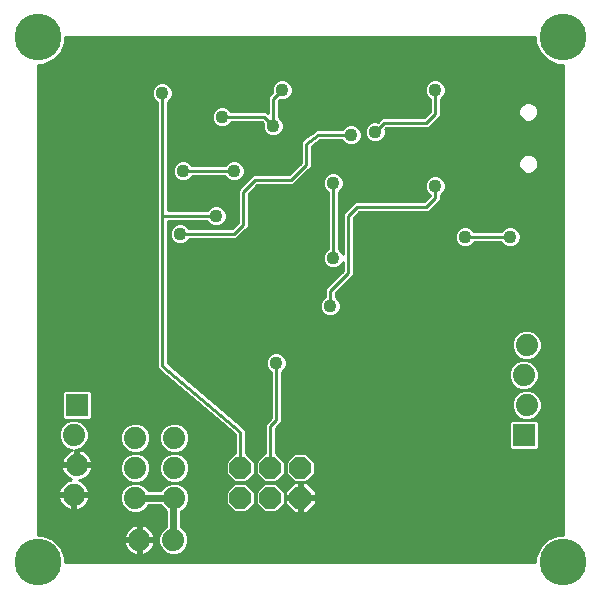
<source format=gbl>
G75*
%MOIN*%
%OFA0B0*%
%FSLAX24Y24*%
%IPPOS*%
%LPD*%
%AMOC8*
5,1,8,0,0,1.08239X$1,22.5*
%
%ADD10OC8,0.0720*%
%ADD11C,0.0740*%
%ADD12R,0.0740X0.0740*%
%ADD13C,0.1560*%
%ADD14C,0.0436*%
%ADD15C,0.0100*%
%ADD16C,0.0240*%
D10*
X008100Y003500D03*
X008100Y004500D03*
X009100Y004500D03*
X009100Y003500D03*
X010100Y003500D03*
X010100Y004500D03*
D11*
X005900Y004500D03*
X005900Y003500D03*
X004600Y003500D03*
X004600Y004500D03*
X004600Y005500D03*
X005900Y005500D03*
X002650Y004600D03*
X002550Y003600D03*
X002550Y005600D03*
X004730Y002100D03*
X005870Y002100D03*
X017550Y007600D03*
X017650Y006600D03*
X017650Y008600D03*
D12*
X017550Y005600D03*
X002650Y006600D03*
D13*
X001350Y001350D03*
X001350Y018850D03*
X018850Y018850D03*
X018850Y001350D03*
D14*
X011100Y009900D03*
X011200Y011500D03*
X009300Y012400D03*
X011200Y014000D03*
X010800Y014900D03*
X011800Y015600D03*
X012600Y015700D03*
X014600Y017100D03*
X014600Y013900D03*
X013600Y012400D03*
X015600Y012200D03*
X017100Y012200D03*
X009500Y017100D03*
X009200Y015900D03*
X007900Y014400D03*
X007300Y012900D03*
X006100Y012300D03*
X006200Y014400D03*
X005900Y015100D03*
X007500Y016200D03*
X005500Y017000D03*
X003900Y010800D03*
X009300Y008000D03*
D15*
X009300Y006100D01*
X009100Y005900D01*
X009100Y004500D01*
X009465Y004828D02*
X009735Y004828D01*
X009637Y004730D02*
X009563Y004730D01*
X009590Y004703D02*
X009303Y004990D01*
X009280Y004990D01*
X009280Y005825D01*
X009480Y006025D01*
X009480Y007698D01*
X009497Y007705D01*
X009595Y007803D01*
X009648Y007931D01*
X009648Y008069D01*
X009595Y008197D01*
X009497Y008295D01*
X009369Y008348D01*
X009231Y008348D01*
X009103Y008295D01*
X009005Y008197D01*
X008952Y008069D01*
X008952Y007931D01*
X009005Y007803D01*
X009103Y007705D01*
X009120Y007698D01*
X009120Y006175D01*
X008920Y005975D01*
X008920Y004990D01*
X008897Y004990D01*
X008610Y004703D01*
X008610Y004297D01*
X008897Y004010D01*
X009303Y004010D01*
X009590Y004297D01*
X009590Y004703D01*
X009610Y004703D02*
X009610Y004297D01*
X009897Y004010D01*
X010303Y004010D01*
X010590Y004297D01*
X010590Y004703D01*
X010303Y004990D01*
X009897Y004990D01*
X009610Y004703D01*
X009610Y004631D02*
X009590Y004631D01*
X009590Y004533D02*
X009610Y004533D01*
X009610Y004434D02*
X009590Y004434D01*
X009590Y004336D02*
X009610Y004336D01*
X009670Y004237D02*
X009530Y004237D01*
X009431Y004139D02*
X009769Y004139D01*
X009867Y004040D02*
X009333Y004040D01*
X009303Y003990D02*
X008897Y003990D01*
X008610Y003703D01*
X008610Y003297D01*
X008897Y003010D01*
X009303Y003010D01*
X009590Y003297D01*
X009590Y003703D01*
X009303Y003990D01*
X009351Y003942D02*
X009820Y003942D01*
X009889Y004010D02*
X009590Y003711D01*
X009590Y003550D01*
X010050Y003550D01*
X010050Y004010D01*
X009889Y004010D01*
X010050Y003942D02*
X010150Y003942D01*
X010150Y004010D02*
X010311Y004010D01*
X010610Y003711D01*
X010610Y003550D01*
X010150Y003550D01*
X010150Y003450D01*
X010610Y003450D01*
X010610Y003289D01*
X010311Y002990D01*
X010150Y002990D01*
X010150Y003450D01*
X010050Y003450D01*
X010050Y002990D01*
X009889Y002990D01*
X009590Y003289D01*
X009590Y003450D01*
X010050Y003450D01*
X010050Y003550D01*
X010150Y003550D01*
X010150Y004010D01*
X010150Y003843D02*
X010050Y003843D01*
X010050Y003745D02*
X010150Y003745D01*
X010150Y003646D02*
X010050Y003646D01*
X010050Y003548D02*
X009590Y003548D01*
X009590Y003646D02*
X009590Y003646D01*
X009623Y003745D02*
X009548Y003745D01*
X009450Y003843D02*
X009722Y003843D01*
X009590Y003449D02*
X009590Y003449D01*
X009590Y003351D02*
X009590Y003351D01*
X009627Y003252D02*
X009545Y003252D01*
X009446Y003154D02*
X009725Y003154D01*
X009824Y003055D02*
X009348Y003055D01*
X008852Y003055D02*
X008348Y003055D01*
X008303Y003010D02*
X008590Y003297D01*
X008590Y003703D01*
X008303Y003990D01*
X007897Y003990D01*
X007610Y003703D01*
X007610Y003297D01*
X007897Y003010D01*
X008303Y003010D01*
X008446Y003154D02*
X008754Y003154D01*
X008655Y003252D02*
X008545Y003252D01*
X008590Y003351D02*
X008610Y003351D01*
X008610Y003449D02*
X008590Y003449D01*
X008590Y003548D02*
X008610Y003548D01*
X008610Y003646D02*
X008590Y003646D01*
X008548Y003745D02*
X008652Y003745D01*
X008750Y003843D02*
X008450Y003843D01*
X008351Y003942D02*
X008849Y003942D01*
X008867Y004040D02*
X008333Y004040D01*
X008303Y004010D02*
X008590Y004297D01*
X008590Y004703D01*
X008303Y004990D01*
X008280Y004990D01*
X008280Y005634D01*
X008286Y005641D01*
X008280Y005707D01*
X008280Y005775D01*
X008274Y005781D01*
X008273Y005789D01*
X008222Y005833D01*
X008175Y005880D01*
X008166Y005880D01*
X005680Y007983D01*
X005680Y012720D01*
X006998Y012720D01*
X007005Y012703D01*
X007103Y012605D01*
X007231Y012552D01*
X007369Y012552D01*
X007497Y012605D01*
X007595Y012703D01*
X007648Y012831D01*
X007648Y012969D01*
X007595Y013097D01*
X007497Y013195D01*
X007369Y013248D01*
X007231Y013248D01*
X007103Y013195D01*
X007005Y013097D01*
X006998Y013080D01*
X005680Y013080D01*
X005680Y016698D01*
X005697Y016705D01*
X005795Y016803D01*
X005848Y016931D01*
X005848Y017069D01*
X005795Y017197D01*
X005697Y017295D01*
X005569Y017348D01*
X005431Y017348D01*
X005303Y017295D01*
X005205Y017197D01*
X005152Y017069D01*
X005152Y016931D01*
X005205Y016803D01*
X005303Y016705D01*
X005320Y016698D01*
X005320Y007966D01*
X005314Y007959D01*
X005320Y007893D01*
X005320Y007825D01*
X005326Y007819D01*
X005327Y007811D01*
X005378Y007767D01*
X005425Y007720D01*
X005434Y007720D01*
X007920Y005617D01*
X007920Y004990D01*
X007897Y004990D01*
X007610Y004703D01*
X007610Y004297D01*
X007897Y004010D01*
X008303Y004010D01*
X008431Y004139D02*
X008769Y004139D01*
X008670Y004237D02*
X008530Y004237D01*
X008590Y004336D02*
X008610Y004336D01*
X008610Y004434D02*
X008590Y004434D01*
X008590Y004533D02*
X008610Y004533D01*
X008610Y004631D02*
X008590Y004631D01*
X008563Y004730D02*
X008637Y004730D01*
X008735Y004828D02*
X008465Y004828D01*
X008366Y004927D02*
X008834Y004927D01*
X008920Y005025D02*
X008280Y005025D01*
X008280Y005124D02*
X008920Y005124D01*
X008920Y005222D02*
X008280Y005222D01*
X008280Y005321D02*
X008920Y005321D01*
X008920Y005419D02*
X008280Y005419D01*
X008280Y005518D02*
X008920Y005518D01*
X008920Y005616D02*
X008280Y005616D01*
X008280Y005715D02*
X008920Y005715D01*
X008920Y005813D02*
X008245Y005813D01*
X008129Y005912D02*
X008920Y005912D01*
X008955Y006010D02*
X008012Y006010D01*
X007896Y006109D02*
X009054Y006109D01*
X009120Y006207D02*
X007779Y006207D01*
X007663Y006306D02*
X009120Y006306D01*
X009120Y006404D02*
X007547Y006404D01*
X007430Y006503D02*
X009120Y006503D01*
X009120Y006601D02*
X007314Y006601D01*
X007197Y006700D02*
X009120Y006700D01*
X009120Y006798D02*
X007081Y006798D01*
X006965Y006897D02*
X009120Y006897D01*
X009120Y006995D02*
X006848Y006995D01*
X006732Y007094D02*
X009120Y007094D01*
X009120Y007192D02*
X006615Y007192D01*
X006499Y007291D02*
X009120Y007291D01*
X009120Y007389D02*
X006383Y007389D01*
X006266Y007488D02*
X009120Y007488D01*
X009120Y007586D02*
X006150Y007586D01*
X006033Y007685D02*
X009120Y007685D01*
X009025Y007783D02*
X005917Y007783D01*
X005801Y007882D02*
X008972Y007882D01*
X008952Y007980D02*
X005684Y007980D01*
X005680Y008079D02*
X008956Y008079D01*
X008997Y008177D02*
X005680Y008177D01*
X005680Y008276D02*
X009083Y008276D01*
X009480Y007685D02*
X017050Y007685D01*
X017050Y007699D02*
X017050Y007501D01*
X017126Y007317D01*
X017267Y007176D01*
X017451Y007100D01*
X017649Y007100D01*
X017833Y007176D01*
X017974Y007317D01*
X018050Y007501D01*
X018050Y007699D01*
X017974Y007883D01*
X017833Y008024D01*
X017649Y008100D01*
X017451Y008100D01*
X017267Y008024D01*
X017126Y007883D01*
X017050Y007699D01*
X017085Y007783D02*
X009575Y007783D01*
X009628Y007882D02*
X017125Y007882D01*
X017223Y007980D02*
X009648Y007980D01*
X009644Y008079D02*
X017399Y008079D01*
X017367Y008176D02*
X017551Y008100D01*
X017749Y008100D01*
X017933Y008176D01*
X018074Y008317D01*
X018150Y008501D01*
X018150Y008699D01*
X018074Y008883D01*
X017933Y009024D01*
X017749Y009100D01*
X017551Y009100D01*
X017367Y009024D01*
X017226Y008883D01*
X017150Y008699D01*
X017150Y008501D01*
X017226Y008317D01*
X017367Y008176D01*
X017366Y008177D02*
X009603Y008177D01*
X009517Y008276D02*
X017267Y008276D01*
X017202Y008374D02*
X005680Y008374D01*
X005680Y008473D02*
X017162Y008473D01*
X017150Y008571D02*
X005680Y008571D01*
X005680Y008670D02*
X017150Y008670D01*
X017178Y008768D02*
X005680Y008768D01*
X005680Y008867D02*
X017219Y008867D01*
X017308Y008965D02*
X005680Y008965D01*
X005680Y009064D02*
X017462Y009064D01*
X017838Y009064D02*
X018850Y009064D01*
X018850Y009162D02*
X005680Y009162D01*
X005680Y009261D02*
X018850Y009261D01*
X018850Y009359D02*
X005680Y009359D01*
X005680Y009458D02*
X018850Y009458D01*
X018850Y009556D02*
X011179Y009556D01*
X011169Y009552D02*
X011297Y009605D01*
X011395Y009703D01*
X011448Y009831D01*
X011448Y009969D01*
X011395Y010097D01*
X011297Y010195D01*
X011280Y010202D01*
X011280Y010325D01*
X011880Y010925D01*
X011880Y012825D01*
X012075Y013020D01*
X014375Y013020D01*
X014480Y013125D01*
X014780Y013425D01*
X014780Y013598D01*
X014797Y013605D01*
X014895Y013703D01*
X014948Y013831D01*
X014948Y013969D01*
X014895Y014097D01*
X014797Y014195D01*
X014669Y014248D01*
X014531Y014248D01*
X014403Y014195D01*
X014305Y014097D01*
X014252Y013969D01*
X014252Y013831D01*
X014305Y013703D01*
X014403Y013605D01*
X014420Y013598D01*
X014420Y013575D01*
X014225Y013380D01*
X011925Y013380D01*
X011625Y013080D01*
X011520Y012975D01*
X011520Y011637D01*
X011495Y011697D01*
X011397Y011795D01*
X011380Y011802D01*
X011380Y013698D01*
X011397Y013705D01*
X011495Y013803D01*
X011548Y013931D01*
X011548Y014069D01*
X011495Y014197D01*
X011397Y014295D01*
X011269Y014348D01*
X011131Y014348D01*
X011003Y014295D01*
X010905Y014197D01*
X010852Y014069D01*
X010852Y013931D01*
X010905Y013803D01*
X011003Y013705D01*
X011020Y013698D01*
X011020Y011802D01*
X011003Y011795D01*
X010905Y011697D01*
X010852Y011569D01*
X010852Y011431D01*
X010905Y011303D01*
X011003Y011205D01*
X011131Y011152D01*
X011269Y011152D01*
X011397Y011205D01*
X011495Y011303D01*
X011520Y011363D01*
X011520Y011075D01*
X011025Y010580D01*
X010920Y010475D01*
X010920Y010202D01*
X010903Y010195D01*
X010805Y010097D01*
X010752Y009969D01*
X010752Y009831D01*
X010805Y009703D01*
X010903Y009605D01*
X011031Y009552D01*
X011169Y009552D01*
X011021Y009556D02*
X005680Y009556D01*
X005680Y009655D02*
X010853Y009655D01*
X010784Y009753D02*
X005680Y009753D01*
X005680Y009852D02*
X010752Y009852D01*
X010752Y009950D02*
X005680Y009950D01*
X005680Y010049D02*
X010785Y010049D01*
X010855Y010147D02*
X005680Y010147D01*
X005680Y010246D02*
X010920Y010246D01*
X010920Y010344D02*
X005680Y010344D01*
X005680Y010443D02*
X010920Y010443D01*
X010986Y010541D02*
X005680Y010541D01*
X005680Y010640D02*
X011085Y010640D01*
X011183Y010738D02*
X005680Y010738D01*
X005680Y010837D02*
X011282Y010837D01*
X011380Y010935D02*
X005680Y010935D01*
X005680Y011034D02*
X011479Y011034D01*
X011520Y011132D02*
X005680Y011132D01*
X005680Y011231D02*
X010977Y011231D01*
X010894Y011329D02*
X005680Y011329D01*
X005680Y011428D02*
X010853Y011428D01*
X010852Y011526D02*
X005680Y011526D01*
X005680Y011625D02*
X010875Y011625D01*
X010931Y011723D02*
X005680Y011723D01*
X005680Y011822D02*
X011020Y011822D01*
X011020Y011920D02*
X005680Y011920D01*
X005680Y012019D02*
X005889Y012019D01*
X005903Y012005D02*
X006031Y011952D01*
X006169Y011952D01*
X006297Y012005D01*
X006395Y012103D01*
X006402Y012120D01*
X007975Y012120D01*
X008275Y012420D01*
X008380Y012525D01*
X008380Y013625D01*
X008675Y013920D01*
X009875Y013920D01*
X010375Y014420D01*
X010480Y014525D01*
X010480Y015210D01*
X010760Y015420D01*
X011498Y015420D01*
X011505Y015403D01*
X011603Y015305D01*
X011731Y015252D01*
X011869Y015252D01*
X011997Y015305D01*
X012095Y015403D01*
X012148Y015531D01*
X012148Y015669D01*
X012095Y015797D01*
X011997Y015895D01*
X011869Y015948D01*
X011731Y015948D01*
X011603Y015895D01*
X011505Y015797D01*
X011498Y015780D01*
X010713Y015780D01*
X010652Y015789D01*
X010640Y015780D01*
X010625Y015780D01*
X010582Y015736D01*
X010240Y015480D01*
X010225Y015480D01*
X010182Y015436D01*
X010132Y015399D01*
X010130Y015385D01*
X010120Y015375D01*
X010120Y015313D01*
X010111Y015252D01*
X010120Y015240D01*
X010120Y014675D01*
X009725Y014280D01*
X008525Y014280D01*
X008020Y013775D01*
X008020Y012675D01*
X007825Y012480D01*
X006402Y012480D01*
X006395Y012497D01*
X006297Y012595D01*
X006169Y012648D01*
X006031Y012648D01*
X005903Y012595D01*
X005805Y012497D01*
X005752Y012369D01*
X005752Y012231D01*
X005805Y012103D01*
X005903Y012005D01*
X005799Y012117D02*
X005680Y012117D01*
X005680Y012216D02*
X005758Y012216D01*
X005752Y012314D02*
X005680Y012314D01*
X005680Y012413D02*
X005770Y012413D01*
X005819Y012511D02*
X005680Y012511D01*
X005680Y012610D02*
X005938Y012610D01*
X005680Y012708D02*
X007003Y012708D01*
X007098Y012610D02*
X006262Y012610D01*
X006381Y012511D02*
X007856Y012511D01*
X007955Y012610D02*
X007502Y012610D01*
X007597Y012708D02*
X008020Y012708D01*
X008020Y012807D02*
X007638Y012807D01*
X007648Y012905D02*
X008020Y012905D01*
X008020Y013004D02*
X007634Y013004D01*
X007590Y013102D02*
X008020Y013102D01*
X008020Y013201D02*
X007484Y013201D01*
X007300Y012900D02*
X005500Y012900D01*
X005500Y007900D01*
X008100Y005700D01*
X008100Y004500D01*
X007769Y004139D02*
X006246Y004139D01*
X006183Y004076D02*
X006324Y004217D01*
X006400Y004401D01*
X006400Y004599D01*
X006324Y004783D01*
X006183Y004924D01*
X005999Y005000D01*
X005801Y005000D01*
X005617Y004924D01*
X005476Y004783D01*
X005400Y004599D01*
X005400Y004401D01*
X005476Y004217D01*
X005617Y004076D01*
X005801Y004000D01*
X005617Y003924D01*
X005476Y003783D01*
X005462Y003750D01*
X005038Y003750D01*
X005024Y003783D01*
X004883Y003924D01*
X004699Y004000D01*
X004883Y004076D01*
X005024Y004217D01*
X005100Y004401D01*
X005100Y004599D01*
X005024Y004783D01*
X004883Y004924D01*
X004699Y005000D01*
X004883Y005076D01*
X005024Y005217D01*
X005100Y005401D01*
X005100Y005599D01*
X005024Y005783D01*
X004883Y005924D01*
X004699Y006000D01*
X004501Y006000D01*
X004317Y005924D01*
X004176Y005783D01*
X004100Y005599D01*
X004100Y005401D01*
X004176Y005217D01*
X004317Y005076D01*
X004501Y005000D01*
X004699Y005000D01*
X004501Y005000D01*
X004317Y004924D01*
X004176Y004783D01*
X004100Y004599D01*
X004100Y004401D01*
X004176Y004217D01*
X004317Y004076D01*
X004501Y004000D01*
X004699Y004000D01*
X004501Y004000D01*
X004317Y003924D01*
X004176Y003783D01*
X004100Y003599D01*
X004100Y003401D01*
X004176Y003217D01*
X004317Y003076D01*
X004501Y003000D01*
X004699Y003000D01*
X004883Y003076D01*
X005024Y003217D01*
X005038Y003250D01*
X005462Y003250D01*
X005476Y003217D01*
X005617Y003076D01*
X005620Y003075D01*
X005620Y002538D01*
X005587Y002524D01*
X005446Y002383D01*
X005370Y002199D01*
X005370Y002001D01*
X005446Y001817D01*
X005587Y001676D01*
X005031Y001676D01*
X005003Y001655D02*
X005069Y001703D01*
X005127Y001761D01*
X005175Y001827D01*
X005212Y001900D01*
X005237Y001978D01*
X005249Y002050D01*
X004780Y002050D01*
X004780Y002150D01*
X004680Y002150D01*
X004680Y002619D01*
X004608Y002607D01*
X004530Y002582D01*
X004457Y002545D01*
X004391Y002497D01*
X004333Y002439D01*
X004285Y002373D01*
X004248Y002300D01*
X004223Y002222D01*
X004211Y002150D01*
X004680Y002150D01*
X004680Y002050D01*
X004211Y002050D01*
X004223Y001978D01*
X004248Y001900D01*
X004285Y001827D01*
X004333Y001761D01*
X004391Y001703D01*
X004457Y001655D01*
X004530Y001618D01*
X004608Y001593D01*
X004680Y001581D01*
X004680Y002050D01*
X004780Y002050D01*
X004780Y001581D01*
X004852Y001593D01*
X004930Y001618D01*
X005003Y001655D01*
X005136Y001775D02*
X005488Y001775D01*
X005423Y001873D02*
X005198Y001873D01*
X005235Y001972D02*
X005382Y001972D01*
X005370Y002070D02*
X004780Y002070D01*
X004780Y002150D02*
X005249Y002150D01*
X005237Y002222D01*
X005212Y002300D01*
X005175Y002373D01*
X005127Y002439D01*
X005069Y002497D01*
X005003Y002545D01*
X004930Y002582D01*
X004852Y002607D01*
X004780Y002619D01*
X004780Y002150D01*
X004780Y002169D02*
X004680Y002169D01*
X004680Y002267D02*
X004780Y002267D01*
X004780Y002366D02*
X004680Y002366D01*
X004680Y002464D02*
X004780Y002464D01*
X004780Y002563D02*
X004680Y002563D01*
X004492Y002563D02*
X001350Y002563D01*
X001350Y002661D02*
X005620Y002661D01*
X005620Y002563D02*
X004968Y002563D01*
X005101Y002464D02*
X005527Y002464D01*
X005439Y002366D02*
X005178Y002366D01*
X005222Y002267D02*
X005398Y002267D01*
X005370Y002169D02*
X005246Y002169D01*
X004780Y001972D02*
X004680Y001972D01*
X004680Y002070D02*
X001917Y002070D01*
X001865Y002121D02*
X001531Y002260D01*
X001350Y002260D01*
X001350Y017940D01*
X001531Y017940D01*
X001865Y018079D01*
X002121Y018335D01*
X002260Y018669D01*
X002260Y018850D01*
X017940Y018850D01*
X017940Y018669D01*
X018079Y018335D01*
X018335Y018079D01*
X018669Y017940D01*
X018850Y017940D01*
X018850Y002260D01*
X018669Y002260D01*
X018335Y002121D01*
X018079Y001865D01*
X017940Y001531D01*
X017940Y001350D01*
X002260Y001350D01*
X002260Y001531D01*
X002121Y001865D01*
X001865Y002121D01*
X001752Y002169D02*
X004214Y002169D01*
X004238Y002267D02*
X001350Y002267D01*
X001350Y002366D02*
X004282Y002366D01*
X004359Y002464D02*
X001350Y002464D01*
X001350Y002760D02*
X005620Y002760D01*
X005620Y002858D02*
X001350Y002858D01*
X001350Y002957D02*
X005620Y002957D01*
X005620Y003055D02*
X004832Y003055D01*
X004961Y003154D02*
X005539Y003154D01*
X006120Y003050D02*
X006120Y002538D01*
X006153Y002524D01*
X006294Y002383D01*
X006370Y002199D01*
X006370Y002001D01*
X006294Y001817D01*
X006153Y001676D01*
X018000Y001676D01*
X017959Y001578D02*
X002241Y001578D01*
X002260Y001479D02*
X017940Y001479D01*
X017940Y001381D02*
X002260Y001381D01*
X002200Y001676D02*
X004429Y001676D01*
X004324Y001775D02*
X002159Y001775D01*
X002114Y001873D02*
X004262Y001873D01*
X004225Y001972D02*
X002015Y001972D01*
X002350Y003118D02*
X002428Y003093D01*
X002500Y003081D01*
X002500Y003550D01*
X002031Y003550D01*
X002043Y003478D01*
X002068Y003400D01*
X002105Y003327D01*
X002153Y003261D01*
X002211Y003203D01*
X002277Y003155D01*
X002350Y003118D01*
X002281Y003154D02*
X001350Y003154D01*
X001350Y003252D02*
X002163Y003252D01*
X002094Y003351D02*
X001350Y003351D01*
X001350Y003449D02*
X002052Y003449D01*
X002032Y003548D02*
X001350Y003548D01*
X001350Y003646D02*
X002500Y003646D01*
X002500Y003650D02*
X002500Y003550D01*
X002600Y003550D01*
X002600Y003650D01*
X003069Y003650D01*
X003057Y003722D01*
X003032Y003800D01*
X002995Y003873D01*
X002947Y003939D01*
X002889Y003997D01*
X002823Y004045D01*
X002750Y004082D01*
X002734Y004087D01*
X002772Y004093D01*
X002850Y004118D01*
X002923Y004155D01*
X002989Y004203D01*
X003047Y004261D01*
X003095Y004327D01*
X003132Y004400D01*
X003157Y004478D01*
X003169Y004550D01*
X002700Y004550D01*
X002700Y004650D01*
X002600Y004650D01*
X002600Y005100D01*
X002649Y005100D01*
X002833Y005176D01*
X002974Y005317D01*
X003050Y005501D01*
X003050Y005699D01*
X002974Y005883D01*
X002833Y006024D01*
X002649Y006100D01*
X002451Y006100D01*
X002267Y006024D01*
X002126Y005883D01*
X002050Y005699D01*
X002050Y005501D01*
X002126Y005317D01*
X002267Y005176D01*
X002451Y005100D01*
X002506Y005100D01*
X002450Y005082D01*
X002377Y005045D01*
X002311Y004997D01*
X002253Y004939D01*
X002205Y004873D01*
X002168Y004800D01*
X002143Y004722D01*
X002131Y004650D01*
X002600Y004650D01*
X002600Y004550D01*
X002131Y004550D01*
X002143Y004478D01*
X002168Y004400D01*
X002205Y004327D01*
X002253Y004261D01*
X002311Y004203D01*
X002377Y004155D01*
X002450Y004118D01*
X002466Y004113D01*
X002428Y004107D01*
X002350Y004082D01*
X002277Y004045D01*
X002211Y003997D01*
X002153Y003939D01*
X002105Y003873D01*
X002068Y003800D01*
X002043Y003722D01*
X002031Y003650D01*
X002500Y003650D01*
X002600Y003646D02*
X004119Y003646D01*
X004100Y003548D02*
X003068Y003548D01*
X003069Y003550D02*
X002600Y003550D01*
X002600Y003081D01*
X002672Y003093D01*
X002750Y003118D01*
X002823Y003155D01*
X002889Y003203D01*
X002947Y003261D01*
X002995Y003327D01*
X003032Y003400D01*
X003057Y003478D01*
X003069Y003550D01*
X003048Y003449D02*
X004100Y003449D01*
X004121Y003351D02*
X003006Y003351D01*
X002937Y003252D02*
X004162Y003252D01*
X004239Y003154D02*
X002819Y003154D01*
X002600Y003154D02*
X002500Y003154D01*
X002500Y003252D02*
X002600Y003252D01*
X002600Y003351D02*
X002500Y003351D01*
X002500Y003449D02*
X002600Y003449D01*
X002600Y003548D02*
X002500Y003548D01*
X002050Y003745D02*
X001350Y003745D01*
X001350Y003843D02*
X002090Y003843D01*
X002156Y003942D02*
X001350Y003942D01*
X001350Y004040D02*
X002271Y004040D01*
X002410Y004139D02*
X001350Y004139D01*
X001350Y004237D02*
X002278Y004237D01*
X002201Y004336D02*
X001350Y004336D01*
X001350Y004434D02*
X002157Y004434D01*
X002134Y004533D02*
X001350Y004533D01*
X001350Y004631D02*
X002600Y004631D01*
X002600Y004730D02*
X002700Y004730D01*
X002700Y004650D02*
X002700Y005119D01*
X002772Y005107D01*
X002850Y005082D01*
X002923Y005045D01*
X002989Y004997D01*
X003047Y004939D01*
X003095Y004873D01*
X003132Y004800D01*
X003157Y004722D01*
X003169Y004650D01*
X002700Y004650D01*
X002700Y004631D02*
X004113Y004631D01*
X004100Y004533D02*
X003166Y004533D01*
X003143Y004434D02*
X004100Y004434D01*
X004127Y004336D02*
X003099Y004336D01*
X003022Y004237D02*
X004168Y004237D01*
X004254Y004139D02*
X002890Y004139D01*
X002829Y004040D02*
X004404Y004040D01*
X004359Y003942D02*
X002944Y003942D01*
X003010Y003843D02*
X004236Y003843D01*
X004160Y003745D02*
X003050Y003745D01*
X003155Y004730D02*
X004154Y004730D01*
X004221Y004828D02*
X003117Y004828D01*
X003056Y004927D02*
X004323Y004927D01*
X004440Y005025D02*
X002950Y005025D01*
X002879Y005222D02*
X004174Y005222D01*
X004133Y005321D02*
X002975Y005321D01*
X003016Y005419D02*
X004100Y005419D01*
X004100Y005518D02*
X003050Y005518D01*
X003050Y005616D02*
X004107Y005616D01*
X004148Y005715D02*
X003044Y005715D01*
X003003Y005813D02*
X004206Y005813D01*
X004304Y005912D02*
X002946Y005912D01*
X002847Y006010D02*
X007455Y006010D01*
X007571Y005912D02*
X006196Y005912D01*
X006183Y005924D02*
X005999Y006000D01*
X005801Y006000D01*
X005617Y005924D01*
X005476Y005783D01*
X005400Y005599D01*
X005400Y005401D01*
X005476Y005217D01*
X005617Y005076D01*
X005801Y005000D01*
X005999Y005000D01*
X006183Y005076D01*
X006324Y005217D01*
X006400Y005401D01*
X006400Y005599D01*
X006324Y005783D01*
X006183Y005924D01*
X006294Y005813D02*
X007688Y005813D01*
X007804Y005715D02*
X006352Y005715D01*
X006393Y005616D02*
X007920Y005616D01*
X007920Y005518D02*
X006400Y005518D01*
X006400Y005419D02*
X007920Y005419D01*
X007920Y005321D02*
X006367Y005321D01*
X006326Y005222D02*
X007920Y005222D01*
X007920Y005124D02*
X006231Y005124D01*
X006060Y005025D02*
X007920Y005025D01*
X007834Y004927D02*
X006177Y004927D01*
X006279Y004828D02*
X007735Y004828D01*
X007637Y004730D02*
X006346Y004730D01*
X006387Y004631D02*
X007610Y004631D01*
X007610Y004533D02*
X006400Y004533D01*
X006400Y004434D02*
X007610Y004434D01*
X007610Y004336D02*
X006373Y004336D01*
X006332Y004237D02*
X007670Y004237D01*
X007867Y004040D02*
X006096Y004040D01*
X006183Y004076D02*
X005999Y004000D01*
X005801Y004000D01*
X005999Y004000D01*
X006183Y003924D01*
X006324Y003783D01*
X006400Y003599D01*
X006400Y003401D01*
X006324Y003217D01*
X006183Y003076D01*
X006120Y003050D01*
X006132Y003055D02*
X007852Y003055D01*
X007754Y003154D02*
X006261Y003154D01*
X006338Y003252D02*
X007655Y003252D01*
X007610Y003351D02*
X006379Y003351D01*
X006400Y003449D02*
X007610Y003449D01*
X007610Y003548D02*
X006400Y003548D01*
X006381Y003646D02*
X007610Y003646D01*
X007652Y003745D02*
X006340Y003745D01*
X006264Y003843D02*
X007750Y003843D01*
X007849Y003942D02*
X006141Y003942D01*
X005704Y004040D02*
X004796Y004040D01*
X004841Y003942D02*
X005659Y003942D01*
X005536Y003843D02*
X004964Y003843D01*
X004946Y004139D02*
X005554Y004139D01*
X005468Y004237D02*
X005032Y004237D01*
X005073Y004336D02*
X005427Y004336D01*
X005400Y004434D02*
X005100Y004434D01*
X005100Y004533D02*
X005400Y004533D01*
X005413Y004631D02*
X005087Y004631D01*
X005046Y004730D02*
X005454Y004730D01*
X005521Y004828D02*
X004979Y004828D01*
X004877Y004927D02*
X005623Y004927D01*
X005740Y005025D02*
X004760Y005025D01*
X004931Y005124D02*
X005569Y005124D01*
X005474Y005222D02*
X005026Y005222D01*
X005067Y005321D02*
X005433Y005321D01*
X005400Y005419D02*
X005100Y005419D01*
X005100Y005518D02*
X005400Y005518D01*
X005407Y005616D02*
X005093Y005616D01*
X005052Y005715D02*
X005448Y005715D01*
X005506Y005813D02*
X004994Y005813D01*
X004896Y005912D02*
X005604Y005912D01*
X006407Y006897D02*
X003150Y006897D01*
X003150Y006995D02*
X006291Y006995D01*
X006174Y007094D02*
X003080Y007094D01*
X003074Y007100D02*
X002226Y007100D01*
X002150Y007024D01*
X002150Y006176D01*
X002226Y006100D01*
X003074Y006100D01*
X003150Y006176D01*
X003150Y007024D01*
X003074Y007100D01*
X003150Y006798D02*
X006524Y006798D01*
X006640Y006700D02*
X003150Y006700D01*
X003150Y006601D02*
X006756Y006601D01*
X006873Y006503D02*
X003150Y006503D01*
X003150Y006404D02*
X006989Y006404D01*
X007106Y006306D02*
X003150Y006306D01*
X003150Y006207D02*
X007222Y006207D01*
X007339Y006109D02*
X003082Y006109D01*
X002253Y006010D02*
X001350Y006010D01*
X001350Y005912D02*
X002154Y005912D01*
X002097Y005813D02*
X001350Y005813D01*
X001350Y005715D02*
X002056Y005715D01*
X002050Y005616D02*
X001350Y005616D01*
X001350Y005518D02*
X002050Y005518D01*
X002084Y005419D02*
X001350Y005419D01*
X001350Y005321D02*
X002125Y005321D01*
X002221Y005222D02*
X001350Y005222D01*
X001350Y005124D02*
X002394Y005124D01*
X002350Y005025D02*
X001350Y005025D01*
X001350Y004927D02*
X002244Y004927D01*
X002183Y004828D02*
X001350Y004828D01*
X001350Y004730D02*
X002145Y004730D01*
X002600Y004828D02*
X002700Y004828D01*
X002700Y004927D02*
X002600Y004927D01*
X002600Y005025D02*
X002700Y005025D01*
X002706Y005124D02*
X004269Y005124D01*
X004368Y003055D02*
X001350Y003055D01*
X001350Y006109D02*
X002218Y006109D01*
X002150Y006207D02*
X001350Y006207D01*
X001350Y006306D02*
X002150Y006306D01*
X002150Y006404D02*
X001350Y006404D01*
X001350Y006503D02*
X002150Y006503D01*
X002150Y006601D02*
X001350Y006601D01*
X001350Y006700D02*
X002150Y006700D01*
X002150Y006798D02*
X001350Y006798D01*
X001350Y006897D02*
X002150Y006897D01*
X002150Y006995D02*
X001350Y006995D01*
X001350Y007094D02*
X002220Y007094D01*
X001350Y007192D02*
X006058Y007192D01*
X005942Y007291D02*
X001350Y007291D01*
X001350Y007389D02*
X005825Y007389D01*
X005709Y007488D02*
X001350Y007488D01*
X001350Y007586D02*
X005592Y007586D01*
X005476Y007685D02*
X001350Y007685D01*
X001350Y007783D02*
X005360Y007783D01*
X005320Y007882D02*
X001350Y007882D01*
X001350Y007980D02*
X005320Y007980D01*
X005320Y008079D02*
X001350Y008079D01*
X001350Y008177D02*
X005320Y008177D01*
X005320Y008276D02*
X001350Y008276D01*
X001350Y008374D02*
X005320Y008374D01*
X005320Y008473D02*
X001350Y008473D01*
X001350Y008571D02*
X005320Y008571D01*
X005320Y008670D02*
X001350Y008670D01*
X001350Y008768D02*
X005320Y008768D01*
X005320Y008867D02*
X001350Y008867D01*
X001350Y008965D02*
X005320Y008965D01*
X005320Y009064D02*
X001350Y009064D01*
X001350Y009162D02*
X005320Y009162D01*
X005320Y009261D02*
X001350Y009261D01*
X001350Y009359D02*
X005320Y009359D01*
X005320Y009458D02*
X001350Y009458D01*
X001350Y009556D02*
X005320Y009556D01*
X005320Y009655D02*
X001350Y009655D01*
X001350Y009753D02*
X005320Y009753D01*
X005320Y009852D02*
X001350Y009852D01*
X001350Y009950D02*
X005320Y009950D01*
X005320Y010049D02*
X001350Y010049D01*
X001350Y010147D02*
X005320Y010147D01*
X005320Y010246D02*
X001350Y010246D01*
X001350Y010344D02*
X005320Y010344D01*
X005320Y010443D02*
X001350Y010443D01*
X001350Y010541D02*
X005320Y010541D01*
X005320Y010640D02*
X001350Y010640D01*
X001350Y010738D02*
X005320Y010738D01*
X005320Y010837D02*
X001350Y010837D01*
X001350Y010935D02*
X005320Y010935D01*
X005320Y011034D02*
X001350Y011034D01*
X001350Y011132D02*
X005320Y011132D01*
X005320Y011231D02*
X001350Y011231D01*
X001350Y011329D02*
X005320Y011329D01*
X005320Y011428D02*
X001350Y011428D01*
X001350Y011526D02*
X005320Y011526D01*
X005320Y011625D02*
X001350Y011625D01*
X001350Y011723D02*
X005320Y011723D01*
X005320Y011822D02*
X001350Y011822D01*
X001350Y011920D02*
X005320Y011920D01*
X005320Y012019D02*
X001350Y012019D01*
X001350Y012117D02*
X005320Y012117D01*
X005320Y012216D02*
X001350Y012216D01*
X001350Y012314D02*
X005320Y012314D01*
X005320Y012413D02*
X001350Y012413D01*
X001350Y012511D02*
X005320Y012511D01*
X005320Y012610D02*
X001350Y012610D01*
X001350Y012708D02*
X005320Y012708D01*
X005320Y012807D02*
X001350Y012807D01*
X001350Y012905D02*
X005320Y012905D01*
X005320Y013004D02*
X001350Y013004D01*
X001350Y013102D02*
X005320Y013102D01*
X005320Y013201D02*
X001350Y013201D01*
X001350Y013299D02*
X005320Y013299D01*
X005320Y013398D02*
X001350Y013398D01*
X001350Y013496D02*
X005320Y013496D01*
X005320Y013595D02*
X001350Y013595D01*
X001350Y013693D02*
X005320Y013693D01*
X005320Y013792D02*
X001350Y013792D01*
X001350Y013890D02*
X005320Y013890D01*
X005320Y013989D02*
X001350Y013989D01*
X001350Y014087D02*
X005320Y014087D01*
X005320Y014186D02*
X001350Y014186D01*
X001350Y014284D02*
X005320Y014284D01*
X005320Y014383D02*
X001350Y014383D01*
X001350Y014481D02*
X005320Y014481D01*
X005320Y014580D02*
X001350Y014580D01*
X001350Y014678D02*
X005320Y014678D01*
X005320Y014777D02*
X001350Y014777D01*
X001350Y014875D02*
X005320Y014875D01*
X005320Y014974D02*
X001350Y014974D01*
X001350Y015072D02*
X005320Y015072D01*
X005320Y015171D02*
X001350Y015171D01*
X001350Y015269D02*
X005320Y015269D01*
X005320Y015368D02*
X001350Y015368D01*
X001350Y015466D02*
X005320Y015466D01*
X005320Y015565D02*
X001350Y015565D01*
X001350Y015663D02*
X005320Y015663D01*
X005320Y015762D02*
X001350Y015762D01*
X001350Y015860D02*
X005320Y015860D01*
X005320Y015959D02*
X001350Y015959D01*
X001350Y016057D02*
X005320Y016057D01*
X005320Y016156D02*
X001350Y016156D01*
X001350Y016254D02*
X005320Y016254D01*
X005320Y016353D02*
X001350Y016353D01*
X001350Y016451D02*
X005320Y016451D01*
X005320Y016550D02*
X001350Y016550D01*
X001350Y016648D02*
X005320Y016648D01*
X005261Y016747D02*
X001350Y016747D01*
X001350Y016845D02*
X005187Y016845D01*
X005152Y016944D02*
X001350Y016944D01*
X001350Y017042D02*
X005152Y017042D01*
X005181Y017141D02*
X001350Y017141D01*
X001350Y017239D02*
X005247Y017239D01*
X005405Y017338D02*
X001350Y017338D01*
X001350Y017436D02*
X009402Y017436D01*
X009431Y017448D02*
X009303Y017395D01*
X009205Y017297D01*
X009152Y017169D01*
X009152Y017031D01*
X009159Y017014D01*
X009020Y016875D01*
X009020Y016335D01*
X008975Y016380D01*
X007802Y016380D01*
X007795Y016397D01*
X007697Y016495D01*
X007569Y016548D01*
X007431Y016548D01*
X007303Y016495D01*
X007205Y016397D01*
X007152Y016269D01*
X007152Y016131D01*
X007205Y016003D01*
X007303Y015905D01*
X007431Y015852D01*
X007569Y015852D01*
X007697Y015905D01*
X007795Y016003D01*
X007802Y016020D01*
X008825Y016020D01*
X008859Y015986D01*
X008852Y015969D01*
X008852Y015831D01*
X008905Y015703D01*
X009003Y015605D01*
X009131Y015552D01*
X009269Y015552D01*
X009397Y015605D01*
X009495Y015703D01*
X009548Y015831D01*
X009548Y015969D01*
X009495Y016097D01*
X009397Y016195D01*
X009380Y016202D01*
X009380Y016725D01*
X009414Y016759D01*
X009431Y016752D01*
X009569Y016752D01*
X009697Y016805D01*
X009795Y016903D01*
X009848Y017031D01*
X009848Y017169D01*
X009795Y017297D01*
X009697Y017395D01*
X009569Y017448D01*
X009431Y017448D01*
X009598Y017436D02*
X014502Y017436D01*
X014531Y017448D02*
X014403Y017395D01*
X014305Y017297D01*
X014252Y017169D01*
X014252Y017031D01*
X014305Y016903D01*
X014403Y016805D01*
X014420Y016798D01*
X014420Y016375D01*
X014225Y016180D01*
X012825Y016180D01*
X012686Y016041D01*
X012669Y016048D01*
X012531Y016048D01*
X012403Y015995D01*
X012305Y015897D01*
X012252Y015769D01*
X012252Y015631D01*
X012305Y015503D01*
X012403Y015405D01*
X012531Y015352D01*
X012669Y015352D01*
X012797Y015405D01*
X012895Y015503D01*
X012948Y015631D01*
X012948Y015769D01*
X012941Y015786D01*
X012975Y015820D01*
X014375Y015820D01*
X014480Y015925D01*
X014780Y016225D01*
X014780Y016798D01*
X014797Y016805D01*
X014895Y016903D01*
X014948Y017031D01*
X014948Y017169D01*
X014895Y017297D01*
X014797Y017395D01*
X014669Y017448D01*
X014531Y017448D01*
X014698Y017436D02*
X018850Y017436D01*
X018850Y017338D02*
X014855Y017338D01*
X014919Y017239D02*
X018850Y017239D01*
X018850Y017141D02*
X014948Y017141D01*
X014948Y017042D02*
X018850Y017042D01*
X018850Y016944D02*
X014912Y016944D01*
X014837Y016845D02*
X018850Y016845D01*
X018850Y016747D02*
X014780Y016747D01*
X014780Y016648D02*
X017526Y016648D01*
X017515Y016643D02*
X017423Y016551D01*
X017373Y016431D01*
X017373Y016301D01*
X017423Y016181D01*
X017515Y016089D01*
X017635Y016039D01*
X017765Y016039D01*
X017885Y016089D01*
X017977Y016181D01*
X018027Y016301D01*
X018027Y016431D01*
X017977Y016551D01*
X017885Y016643D01*
X017765Y016693D01*
X017635Y016693D01*
X017515Y016643D01*
X017422Y016550D02*
X014780Y016550D01*
X014780Y016451D02*
X017381Y016451D01*
X017373Y016353D02*
X014780Y016353D01*
X014780Y016254D02*
X017392Y016254D01*
X017448Y016156D02*
X014710Y016156D01*
X014612Y016057D02*
X017591Y016057D01*
X017809Y016057D02*
X018850Y016057D01*
X018850Y015959D02*
X014513Y015959D01*
X014415Y015860D02*
X018850Y015860D01*
X018850Y015762D02*
X012948Y015762D01*
X012948Y015663D02*
X018850Y015663D01*
X018850Y015565D02*
X012921Y015565D01*
X012858Y015466D02*
X018850Y015466D01*
X018850Y015368D02*
X012707Y015368D01*
X012493Y015368D02*
X012060Y015368D01*
X012121Y015466D02*
X012342Y015466D01*
X012279Y015565D02*
X012148Y015565D01*
X012148Y015663D02*
X012252Y015663D01*
X012252Y015762D02*
X012110Y015762D01*
X012032Y015860D02*
X012290Y015860D01*
X012366Y015959D02*
X009548Y015959D01*
X009548Y015860D02*
X011568Y015860D01*
X011800Y015600D02*
X010700Y015600D01*
X010300Y015300D01*
X010300Y014600D01*
X009800Y014100D01*
X008600Y014100D01*
X008200Y013700D01*
X008200Y012600D01*
X007900Y012300D01*
X006100Y012300D01*
X006311Y012019D02*
X011020Y012019D01*
X011020Y012117D02*
X006401Y012117D01*
X005500Y012900D02*
X005500Y017000D01*
X005819Y017141D02*
X009152Y017141D01*
X009152Y017042D02*
X005848Y017042D01*
X005848Y016944D02*
X009089Y016944D01*
X009020Y016845D02*
X005813Y016845D01*
X005739Y016747D02*
X009020Y016747D01*
X009020Y016648D02*
X005680Y016648D01*
X005680Y016550D02*
X009020Y016550D01*
X009020Y016451D02*
X007741Y016451D01*
X007500Y016200D02*
X008900Y016200D01*
X009200Y015900D01*
X009200Y016800D01*
X009500Y017100D01*
X009819Y017239D02*
X014281Y017239D01*
X014252Y017141D02*
X009848Y017141D01*
X009848Y017042D02*
X014252Y017042D01*
X014288Y016944D02*
X009812Y016944D01*
X009737Y016845D02*
X014363Y016845D01*
X014420Y016747D02*
X009401Y016747D01*
X009380Y016648D02*
X014420Y016648D01*
X014420Y016550D02*
X009380Y016550D01*
X009380Y016451D02*
X014420Y016451D01*
X014398Y016353D02*
X009380Y016353D01*
X009380Y016254D02*
X014299Y016254D01*
X014300Y016000D02*
X012900Y016000D01*
X012600Y015700D01*
X012702Y016057D02*
X009512Y016057D01*
X009437Y016156D02*
X012801Y016156D01*
X011911Y015269D02*
X018850Y015269D01*
X018850Y015171D02*
X010480Y015171D01*
X010480Y015072D02*
X018850Y015072D01*
X018850Y014974D02*
X010480Y014974D01*
X010480Y014875D02*
X017478Y014875D01*
X017515Y014911D02*
X017423Y014819D01*
X017373Y014699D01*
X017373Y014569D01*
X017423Y014449D01*
X017515Y014357D01*
X017635Y014307D01*
X017765Y014307D01*
X017885Y014357D01*
X017977Y014449D01*
X018027Y014569D01*
X018027Y014699D01*
X017977Y014819D01*
X017885Y014911D01*
X017765Y014961D01*
X017635Y014961D01*
X017515Y014911D01*
X017405Y014777D02*
X010480Y014777D01*
X010480Y014678D02*
X017373Y014678D01*
X017373Y014580D02*
X010480Y014580D01*
X010436Y014481D02*
X017409Y014481D01*
X017489Y014383D02*
X010337Y014383D01*
X010239Y014284D02*
X010992Y014284D01*
X010900Y014186D02*
X010140Y014186D01*
X010042Y014087D02*
X010859Y014087D01*
X010852Y013989D02*
X009943Y013989D01*
X009729Y014284D02*
X008229Y014284D01*
X008248Y014331D02*
X008195Y014203D01*
X008097Y014105D01*
X007969Y014052D01*
X007831Y014052D01*
X007703Y014105D01*
X007605Y014203D01*
X007598Y014220D01*
X006502Y014220D01*
X006495Y014203D01*
X006397Y014105D01*
X006269Y014052D01*
X006131Y014052D01*
X006003Y014105D01*
X005905Y014203D01*
X005852Y014331D01*
X005852Y014469D01*
X005905Y014597D01*
X006003Y014695D01*
X006131Y014748D01*
X006269Y014748D01*
X006397Y014695D01*
X006495Y014597D01*
X006502Y014580D01*
X007598Y014580D01*
X007605Y014597D01*
X007703Y014695D01*
X007831Y014748D01*
X007969Y014748D01*
X008097Y014695D01*
X008195Y014597D01*
X008248Y014469D01*
X008248Y014331D01*
X008248Y014383D02*
X009828Y014383D01*
X009926Y014481D02*
X008243Y014481D01*
X008202Y014580D02*
X010025Y014580D01*
X010120Y014678D02*
X008114Y014678D01*
X007900Y014400D02*
X006200Y014400D01*
X005871Y014284D02*
X005680Y014284D01*
X005680Y014186D02*
X005922Y014186D01*
X006046Y014087D02*
X005680Y014087D01*
X005680Y013989D02*
X008234Y013989D01*
X008332Y014087D02*
X008054Y014087D01*
X008178Y014186D02*
X008431Y014186D01*
X008645Y013890D02*
X010869Y013890D01*
X010916Y013792D02*
X008546Y013792D01*
X008448Y013693D02*
X011020Y013693D01*
X011020Y013595D02*
X008380Y013595D01*
X008380Y013496D02*
X011020Y013496D01*
X011020Y013398D02*
X008380Y013398D01*
X008380Y013299D02*
X011020Y013299D01*
X011020Y013201D02*
X008380Y013201D01*
X008380Y013102D02*
X011020Y013102D01*
X011020Y013004D02*
X008380Y013004D01*
X008380Y012905D02*
X011020Y012905D01*
X011020Y012807D02*
X008380Y012807D01*
X008380Y012708D02*
X011020Y012708D01*
X011020Y012610D02*
X008380Y012610D01*
X008366Y012511D02*
X011020Y012511D01*
X011020Y012413D02*
X008267Y012413D01*
X008169Y012314D02*
X011020Y012314D01*
X011020Y012216D02*
X008070Y012216D01*
X008020Y013299D02*
X005680Y013299D01*
X005680Y013201D02*
X007116Y013201D01*
X007010Y013102D02*
X005680Y013102D01*
X005680Y013398D02*
X008020Y013398D01*
X008020Y013496D02*
X005680Y013496D01*
X005680Y013595D02*
X008020Y013595D01*
X008020Y013693D02*
X005680Y013693D01*
X005680Y013792D02*
X008037Y013792D01*
X008135Y013890D02*
X005680Y013890D01*
X005680Y014383D02*
X005852Y014383D01*
X005857Y014481D02*
X005680Y014481D01*
X005680Y014580D02*
X005898Y014580D01*
X005986Y014678D02*
X005680Y014678D01*
X005680Y014777D02*
X010120Y014777D01*
X010120Y014875D02*
X005680Y014875D01*
X005680Y014974D02*
X010120Y014974D01*
X010120Y015072D02*
X005680Y015072D01*
X005680Y015171D02*
X010120Y015171D01*
X010114Y015269D02*
X005680Y015269D01*
X005680Y015368D02*
X010120Y015368D01*
X010211Y015466D02*
X005680Y015466D01*
X005680Y015565D02*
X009100Y015565D01*
X008945Y015663D02*
X005680Y015663D01*
X005680Y015762D02*
X008881Y015762D01*
X008852Y015860D02*
X007589Y015860D01*
X007411Y015860D02*
X005680Y015860D01*
X005680Y015959D02*
X007249Y015959D01*
X007182Y016057D02*
X005680Y016057D01*
X005680Y016156D02*
X007152Y016156D01*
X007152Y016254D02*
X005680Y016254D01*
X005680Y016353D02*
X007186Y016353D01*
X007259Y016451D02*
X005680Y016451D01*
X005753Y017239D02*
X009181Y017239D01*
X009245Y017338D02*
X005595Y017338D01*
X007751Y015959D02*
X008852Y015959D01*
X009002Y016353D02*
X009020Y016353D01*
X009519Y015762D02*
X010607Y015762D01*
X010484Y015663D02*
X009455Y015663D01*
X009300Y015565D02*
X010353Y015565D01*
X010690Y015368D02*
X011540Y015368D01*
X011689Y015269D02*
X010559Y015269D01*
X011408Y014284D02*
X018850Y014284D01*
X018850Y014186D02*
X014807Y014186D01*
X014899Y014087D02*
X018850Y014087D01*
X018850Y013989D02*
X014940Y013989D01*
X014948Y013890D02*
X018850Y013890D01*
X018850Y013792D02*
X014932Y013792D01*
X014885Y013693D02*
X018850Y013693D01*
X018850Y013595D02*
X014780Y013595D01*
X014780Y013496D02*
X018850Y013496D01*
X018850Y013398D02*
X014752Y013398D01*
X014654Y013299D02*
X018850Y013299D01*
X018850Y013201D02*
X014555Y013201D01*
X014457Y013102D02*
X018850Y013102D01*
X018850Y013004D02*
X012058Y013004D01*
X011960Y012905D02*
X018850Y012905D01*
X018850Y012807D02*
X011880Y012807D01*
X011880Y012708D02*
X018850Y012708D01*
X018850Y012610D02*
X011880Y012610D01*
X011880Y012511D02*
X015441Y012511D01*
X015403Y012495D02*
X015305Y012397D01*
X015252Y012269D01*
X015252Y012131D01*
X015305Y012003D01*
X015403Y011905D01*
X015531Y011852D01*
X015669Y011852D01*
X015797Y011905D01*
X015895Y012003D01*
X015902Y012020D01*
X016798Y012020D01*
X016805Y012003D01*
X016903Y011905D01*
X017031Y011852D01*
X017169Y011852D01*
X017297Y011905D01*
X017395Y012003D01*
X017448Y012131D01*
X017448Y012269D01*
X017395Y012397D01*
X017297Y012495D01*
X017169Y012548D01*
X017031Y012548D01*
X016903Y012495D01*
X016805Y012397D01*
X016798Y012380D01*
X015902Y012380D01*
X015895Y012397D01*
X015797Y012495D01*
X015669Y012548D01*
X015531Y012548D01*
X015403Y012495D01*
X015320Y012413D02*
X011880Y012413D01*
X011880Y012314D02*
X015270Y012314D01*
X015252Y012216D02*
X011880Y012216D01*
X011880Y012117D02*
X015258Y012117D01*
X015298Y012019D02*
X011880Y012019D01*
X011880Y011920D02*
X015388Y011920D01*
X015600Y012200D02*
X017100Y012200D01*
X016941Y012511D02*
X015759Y012511D01*
X015880Y012413D02*
X016820Y012413D01*
X016798Y012019D02*
X015902Y012019D01*
X015812Y011920D02*
X016888Y011920D01*
X017312Y011920D02*
X018850Y011920D01*
X018850Y011822D02*
X011880Y011822D01*
X011880Y011723D02*
X018850Y011723D01*
X018850Y011625D02*
X011880Y011625D01*
X011880Y011526D02*
X018850Y011526D01*
X018850Y011428D02*
X011880Y011428D01*
X011880Y011329D02*
X018850Y011329D01*
X018850Y011231D02*
X011880Y011231D01*
X011880Y011132D02*
X018850Y011132D01*
X018850Y011034D02*
X011880Y011034D01*
X011880Y010935D02*
X018850Y010935D01*
X018850Y010837D02*
X011791Y010837D01*
X011693Y010738D02*
X018850Y010738D01*
X018850Y010640D02*
X011594Y010640D01*
X011496Y010541D02*
X018850Y010541D01*
X018850Y010443D02*
X011397Y010443D01*
X011299Y010344D02*
X018850Y010344D01*
X018850Y010246D02*
X011280Y010246D01*
X011345Y010147D02*
X018850Y010147D01*
X018850Y010049D02*
X011415Y010049D01*
X011448Y009950D02*
X018850Y009950D01*
X018850Y009852D02*
X011448Y009852D01*
X011416Y009753D02*
X018850Y009753D01*
X018850Y009655D02*
X011347Y009655D01*
X011100Y009900D02*
X011100Y010400D01*
X011700Y011000D01*
X011700Y012900D01*
X012000Y013200D01*
X014300Y013200D01*
X014600Y013500D01*
X014600Y013900D01*
X014420Y013595D02*
X011380Y013595D01*
X011380Y013693D02*
X014315Y013693D01*
X014268Y013792D02*
X011484Y013792D01*
X011531Y013890D02*
X014252Y013890D01*
X014260Y013989D02*
X011548Y013989D01*
X011541Y014087D02*
X014301Y014087D01*
X014393Y014186D02*
X011500Y014186D01*
X011200Y014000D02*
X011200Y011500D01*
X011423Y011231D02*
X011520Y011231D01*
X011506Y011329D02*
X011520Y011329D01*
X011520Y011723D02*
X011469Y011723D01*
X011520Y011822D02*
X011380Y011822D01*
X011380Y011920D02*
X011520Y011920D01*
X011520Y012019D02*
X011380Y012019D01*
X011380Y012117D02*
X011520Y012117D01*
X011520Y012216D02*
X011380Y012216D01*
X011380Y012314D02*
X011520Y012314D01*
X011520Y012413D02*
X011380Y012413D01*
X011380Y012511D02*
X011520Y012511D01*
X011520Y012610D02*
X011380Y012610D01*
X011380Y012708D02*
X011520Y012708D01*
X011520Y012807D02*
X011380Y012807D01*
X011380Y012905D02*
X011520Y012905D01*
X011549Y013004D02*
X011380Y013004D01*
X011380Y013102D02*
X011647Y013102D01*
X011746Y013201D02*
X011380Y013201D01*
X011380Y013299D02*
X011844Y013299D01*
X011380Y013398D02*
X014243Y013398D01*
X014341Y013496D02*
X011380Y013496D01*
X014300Y016000D02*
X014600Y016300D01*
X014600Y017100D01*
X014345Y017338D02*
X009755Y017338D01*
X007686Y014678D02*
X006414Y014678D01*
X006478Y014186D02*
X007622Y014186D01*
X007746Y014087D02*
X006354Y014087D01*
X002109Y018323D02*
X018091Y018323D01*
X018043Y018421D02*
X002157Y018421D01*
X002198Y018520D02*
X018002Y018520D01*
X017961Y018618D02*
X002239Y018618D01*
X002260Y018717D02*
X017940Y018717D01*
X017940Y018815D02*
X002260Y018815D01*
X002011Y018224D02*
X018189Y018224D01*
X018288Y018126D02*
X001912Y018126D01*
X001741Y018027D02*
X018459Y018027D01*
X018850Y017929D02*
X001350Y017929D01*
X001350Y017830D02*
X018850Y017830D01*
X018850Y017732D02*
X001350Y017732D01*
X001350Y017633D02*
X018850Y017633D01*
X018850Y017535D02*
X001350Y017535D01*
X009480Y007586D02*
X017050Y007586D01*
X017055Y007488D02*
X009480Y007488D01*
X009480Y007389D02*
X017096Y007389D01*
X017152Y007291D02*
X009480Y007291D01*
X009480Y007192D02*
X017251Y007192D01*
X017367Y007024D02*
X017226Y006883D01*
X017150Y006699D01*
X017150Y006501D01*
X017226Y006317D01*
X017367Y006176D01*
X017551Y006100D01*
X017749Y006100D01*
X017933Y006176D01*
X018074Y006317D01*
X018150Y006501D01*
X018150Y006699D01*
X018074Y006883D01*
X017933Y007024D01*
X017749Y007100D01*
X017551Y007100D01*
X017367Y007024D01*
X017338Y006995D02*
X009480Y006995D01*
X009480Y006897D02*
X017239Y006897D01*
X017191Y006798D02*
X009480Y006798D01*
X009480Y006700D02*
X017150Y006700D01*
X017150Y006601D02*
X009480Y006601D01*
X009480Y006503D02*
X017150Y006503D01*
X017190Y006404D02*
X009480Y006404D01*
X009480Y006306D02*
X017237Y006306D01*
X017336Y006207D02*
X009480Y006207D01*
X009480Y006109D02*
X017530Y006109D01*
X017770Y006109D02*
X018850Y006109D01*
X018850Y006207D02*
X017964Y006207D01*
X017974Y006100D02*
X017126Y006100D01*
X017050Y006024D01*
X017050Y005176D01*
X017126Y005100D01*
X017974Y005100D01*
X018050Y005176D01*
X018050Y006024D01*
X017974Y006100D01*
X018050Y006010D02*
X018850Y006010D01*
X018850Y005912D02*
X018050Y005912D01*
X018050Y005813D02*
X018850Y005813D01*
X018850Y005715D02*
X018050Y005715D01*
X018050Y005616D02*
X018850Y005616D01*
X018850Y005518D02*
X018050Y005518D01*
X018050Y005419D02*
X018850Y005419D01*
X018850Y005321D02*
X018050Y005321D01*
X018050Y005222D02*
X018850Y005222D01*
X018850Y005124D02*
X017997Y005124D01*
X018850Y005025D02*
X009280Y005025D01*
X009280Y005124D02*
X017103Y005124D01*
X017050Y005222D02*
X009280Y005222D01*
X009280Y005321D02*
X017050Y005321D01*
X017050Y005419D02*
X009280Y005419D01*
X009280Y005518D02*
X017050Y005518D01*
X017050Y005616D02*
X009280Y005616D01*
X009280Y005715D02*
X017050Y005715D01*
X017050Y005813D02*
X009280Y005813D01*
X009366Y005912D02*
X017050Y005912D01*
X017050Y006010D02*
X009465Y006010D01*
X009366Y004927D02*
X009834Y004927D01*
X010366Y004927D02*
X018850Y004927D01*
X018850Y004828D02*
X010465Y004828D01*
X010563Y004730D02*
X018850Y004730D01*
X018850Y004631D02*
X010590Y004631D01*
X010590Y004533D02*
X018850Y004533D01*
X018850Y004434D02*
X010590Y004434D01*
X010590Y004336D02*
X018850Y004336D01*
X018850Y004237D02*
X010530Y004237D01*
X010431Y004139D02*
X018850Y004139D01*
X018850Y004040D02*
X010333Y004040D01*
X010380Y003942D02*
X018850Y003942D01*
X018850Y003843D02*
X010478Y003843D01*
X010577Y003745D02*
X018850Y003745D01*
X018850Y003646D02*
X010610Y003646D01*
X010610Y003449D02*
X018850Y003449D01*
X018850Y003351D02*
X010610Y003351D01*
X010573Y003252D02*
X018850Y003252D01*
X018850Y003154D02*
X010475Y003154D01*
X010376Y003055D02*
X018850Y003055D01*
X018850Y002957D02*
X006120Y002957D01*
X006120Y002858D02*
X018850Y002858D01*
X018850Y002760D02*
X006120Y002760D01*
X006120Y002661D02*
X018850Y002661D01*
X018850Y002563D02*
X006120Y002563D01*
X006213Y002464D02*
X018850Y002464D01*
X018850Y002366D02*
X006301Y002366D01*
X006342Y002267D02*
X018850Y002267D01*
X018448Y002169D02*
X006370Y002169D01*
X006370Y002070D02*
X018283Y002070D01*
X018185Y001972D02*
X006358Y001972D01*
X006317Y001873D02*
X018086Y001873D01*
X018041Y001775D02*
X006252Y001775D01*
X006153Y001676D02*
X005969Y001600D01*
X005771Y001600D01*
X005587Y001676D01*
X004780Y001676D02*
X004680Y001676D01*
X004680Y001775D02*
X004780Y001775D01*
X004780Y001873D02*
X004680Y001873D01*
X010050Y003055D02*
X010150Y003055D01*
X010150Y003154D02*
X010050Y003154D01*
X010050Y003252D02*
X010150Y003252D01*
X010150Y003351D02*
X010050Y003351D01*
X010050Y003449D02*
X010150Y003449D01*
X010150Y003548D02*
X018850Y003548D01*
X018850Y006306D02*
X018063Y006306D01*
X018110Y006404D02*
X018850Y006404D01*
X018850Y006503D02*
X018150Y006503D01*
X018150Y006601D02*
X018850Y006601D01*
X018850Y006700D02*
X018150Y006700D01*
X018109Y006798D02*
X018850Y006798D01*
X018850Y006897D02*
X018061Y006897D01*
X017962Y006995D02*
X018850Y006995D01*
X018850Y007094D02*
X017765Y007094D01*
X017849Y007192D02*
X018850Y007192D01*
X018850Y007291D02*
X017948Y007291D01*
X018004Y007389D02*
X018850Y007389D01*
X018850Y007488D02*
X018045Y007488D01*
X018050Y007586D02*
X018850Y007586D01*
X018850Y007685D02*
X018050Y007685D01*
X018015Y007783D02*
X018850Y007783D01*
X018850Y007882D02*
X017975Y007882D01*
X017877Y007980D02*
X018850Y007980D01*
X018850Y008079D02*
X017701Y008079D01*
X017934Y008177D02*
X018850Y008177D01*
X018850Y008276D02*
X018033Y008276D01*
X018098Y008374D02*
X018850Y008374D01*
X018850Y008473D02*
X018138Y008473D01*
X018150Y008571D02*
X018850Y008571D01*
X018850Y008670D02*
X018150Y008670D01*
X018122Y008768D02*
X018850Y008768D01*
X018850Y008867D02*
X018081Y008867D01*
X017992Y008965D02*
X018850Y008965D01*
X017535Y007094D02*
X009480Y007094D01*
X017259Y012511D02*
X018850Y012511D01*
X018850Y012413D02*
X017380Y012413D01*
X017430Y012314D02*
X018850Y012314D01*
X018850Y012216D02*
X017448Y012216D01*
X017442Y012117D02*
X018850Y012117D01*
X018850Y012019D02*
X017402Y012019D01*
X017911Y014383D02*
X018850Y014383D01*
X018850Y014481D02*
X017991Y014481D01*
X018027Y014580D02*
X018850Y014580D01*
X018850Y014678D02*
X018027Y014678D01*
X017995Y014777D02*
X018850Y014777D01*
X018850Y014875D02*
X017922Y014875D01*
X017952Y016156D02*
X018850Y016156D01*
X018850Y016254D02*
X018008Y016254D01*
X018027Y016353D02*
X018850Y016353D01*
X018850Y016451D02*
X018019Y016451D01*
X017978Y016550D02*
X018850Y016550D01*
X018850Y016648D02*
X017874Y016648D01*
D16*
X005900Y003500D02*
X004600Y003500D01*
X005870Y003500D02*
X005870Y002100D01*
X005900Y003500D02*
X005870Y003500D01*
M02*

</source>
